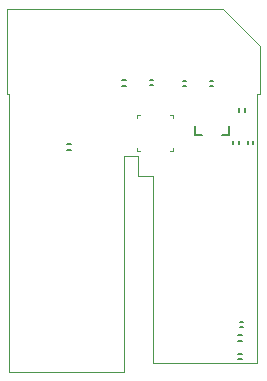
<source format=gto>
G04 EAGLE Gerber RS-274X export*
G75*
%MOMM*%
%FSLAX34Y34*%
%LPD*%
%AMOC8*
5,1,8,0,0,1.08239X$1,22.5*%
G01*
%ADD10C,0.030000*%
%ADD11C,0.152400*%
%ADD12C,0.101600*%


D10*
X500Y-3000D02*
X500Y232500D01*
X-2000Y232500D01*
X-2000Y304000D01*
X181200Y304000D01*
X213000Y272700D01*
X213000Y232500D01*
X210000Y232500D01*
X210000Y4000D01*
X122000Y4000D01*
X122000Y163000D01*
X109000Y163000D01*
X109000Y180000D01*
X97500Y180000D01*
X97500Y-3000D01*
X500Y-3000D01*
D11*
X147000Y238710D02*
X150000Y238710D01*
X150000Y243190D02*
X147000Y243190D01*
X122200Y244190D02*
X119200Y244190D01*
X119200Y239710D02*
X122200Y239710D01*
X98950Y239310D02*
X95950Y239310D01*
X95950Y243790D02*
X98950Y243790D01*
X206890Y192536D02*
X206890Y189536D01*
X202410Y189536D02*
X202410Y192536D01*
X197050Y7760D02*
X194050Y7760D01*
X194050Y12240D02*
X197050Y12240D01*
X195615Y34852D02*
X198615Y34852D01*
X198615Y39332D02*
X195615Y39332D01*
D12*
X139300Y183600D02*
X139300Y186600D01*
X139300Y183600D02*
X136300Y183600D01*
X136300Y214600D02*
X139300Y214600D01*
X139300Y211600D01*
X108300Y211600D02*
X108300Y214600D01*
X111300Y214600D01*
X111300Y183600D02*
X108300Y183600D01*
X108300Y186600D01*
D11*
X194200Y23210D02*
X197200Y23210D01*
X197200Y27690D02*
X194200Y27690D01*
X52450Y185110D02*
X49450Y185110D01*
X49450Y189590D02*
X52450Y189590D01*
X170150Y243290D02*
X173150Y243290D01*
X173150Y238810D02*
X170150Y238810D01*
X186324Y205174D02*
X186324Y197046D01*
X180736Y197046D01*
X157876Y197046D02*
X157876Y205174D01*
X157876Y197046D02*
X163464Y197046D01*
X195210Y216900D02*
X195210Y219900D01*
X199690Y219900D02*
X199690Y216900D01*
X194590Y192700D02*
X194590Y189700D01*
X190110Y189700D02*
X190110Y192700D01*
M02*

</source>
